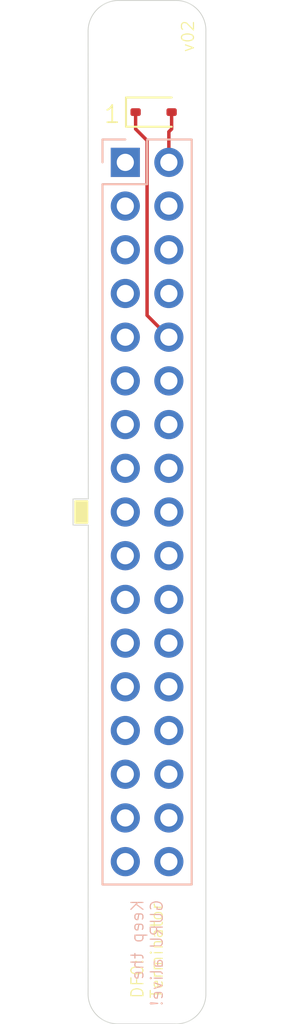
<source format=kicad_pcb>
(kicad_pcb (version 20240108) (generator "pcbnew") (generator_version "8.0")
  (layers (0 "F.Cu" signal) (31 "B.Cu" signal) (34 "B.Paste" user) (35 "F.Paste" user) (36 "B.SilkS" user "B.Silkscreen") (37 "F.SilkS" user "F.Silkscreen") (38 "B.Mask" user) (39 "F.Mask" user) (44 "Edge.Cuts" user))
  (net 0 "")
  (net 1 "_DCD")
  (net 2 "_SEL0")
  (footprint "Diode_SMD:D_SOD-323" (layer "F.Cu") (at 101.6 59.563)
    (property "Reference" "D1" (hide yes))
    (property "Value" "D")
    (fp_line (start -1.61 -0.85) (end -1.61 0.85) (stroke (width 0.12)) (layer "F.SilkS"))
    (fp_line (start -1.61 -0.85) (end 1.05 -0.85) (stroke (width 0.12)) (layer "F.SilkS"))
    (fp_line (start -1.61 0.85) (end 1.05 0.85) (stroke (width 0.12)) (layer "F.SilkS"))
    (pad "1" smd roundrect (at -1.05 0) (size 0.6 0.45) (layers "F.Cu" "F.Paste" "F.Mask") (net 2 "_SEL0"))
    (pad "2" smd roundrect (at 1.05 0) (size 0.6 0.45) (layers "F.Cu" "F.Paste" "F.Mask") (net 1 "_DCD"))
  )
  (footprint "Connector_PinSocket_2.54mm:PinSocket_2x17_P2.54mm_Vertical" (layer "B.Cu") (at 99.949 62.484 180)
    (property "Reference" "J1" (hide yes))
    (property "Value" "Conn_02x17_Odd_Even")
    (fp_line (start 1.33 1.33) (end 0 1.33) (stroke (width 0.12)) (layer "B.SilkS"))
    (fp_line (start 1.33 0) (end 1.33 1.33) (stroke (width 0.12)) (layer "B.SilkS"))
    (fp_line (start 1.33 -1.27) (end -1.27 -1.27) (stroke (width 0.12)) (layer "B.SilkS"))
    (fp_line (start 1.33 -41.97) (end 1.33 -1.27) (stroke (width 0.12)) (layer "B.SilkS"))
    (fp_line (start 1.33 -41.97) (end -3.87 -41.97) (stroke (width 0.12)) (layer "B.SilkS"))
    (fp_line (start -1.27 1.33) (end -3.87 1.33) (stroke (width 0.12)) (layer "B.SilkS"))
    (fp_line (start -1.27 -1.27) (end -1.27 1.33) (stroke (width 0.12)) (layer "B.SilkS"))
    (fp_line (start -3.87 -41.97) (end -3.87 1.33) (stroke (width 0.12)) (layer "B.SilkS"))
    (pad "1" thru_hole rect (at 0 0 180) (size 1.7 1.7) (drill 1) (layers "*.Cu" "*.Mask"))
    (pad "2" thru_hole oval (at -2.54 0 180) (size 1.7 1.7) (drill 1) (layers "*.Cu" "*.Mask") (net 1 "_DCD"))
    (pad "3" thru_hole oval (at 0 -2.54 180) (size 1.7 1.7) (drill 1) (layers "*.Cu" "*.Mask"))
    (pad "4" thru_hole oval (at -2.54 -2.54 180) (size 1.7 1.7) (drill 1) (layers "*.Cu" "*.Mask"))
    (pad "5" thru_hole oval (at 0 -5.08 180) (size 1.7 1.7) (drill 1) (layers "*.Cu" "*.Mask"))
    (pad "6" thru_hole oval (at -2.54 -5.08 180) (size 1.7 1.7) (drill 1) (layers "*.Cu" "*.Mask"))
    (pad "7" thru_hole oval (at 0 -7.62 180) (size 1.7 1.7) (drill 1) (layers "*.Cu" "*.Mask"))
    (pad "8" thru_hole oval (at -2.54 -7.62 180) (size 1.7 1.7) (drill 1) (layers "*.Cu" "*.Mask"))
    (pad "9" thru_hole oval (at 0 -10.16 180) (size 1.7 1.7) (drill 1) (layers "*.Cu" "*.Mask"))
    (pad "10" thru_hole oval (at -2.54 -10.16 180) (size 1.7 1.7) (drill 1) (layers "*.Cu" "*.Mask") (net 2 "_SEL0"))
    (pad "11" thru_hole oval (at 0 -12.7 180) (size 1.7 1.7) (drill 1) (layers "*.Cu" "*.Mask"))
    (pad "12" thru_hole oval (at -2.54 -12.7 180) (size 1.7 1.7) (drill 1) (layers "*.Cu" "*.Mask"))
    (pad "13" thru_hole oval (at 0 -15.24 180) (size 1.7 1.7) (drill 1) (layers "*.Cu" "*.Mask"))
    (pad "14" thru_hole oval (at -2.54 -15.24 180) (size 1.7 1.7) (drill 1) (layers "*.Cu" "*.Mask"))
    (pad "15" thru_hole oval (at 0 -17.78 180) (size 1.7 1.7) (drill 1) (layers "*.Cu" "*.Mask"))
    (pad "16" thru_hole oval (at -2.54 -17.78 180) (size 1.7 1.7) (drill 1) (layers "*.Cu" "*.Mask"))
    (pad "17" thru_hole oval (at 0 -20.32 180) (size 1.7 1.7) (drill 1) (layers "*.Cu" "*.Mask"))
    (pad "18" thru_hole oval (at -2.54 -20.32 180) (size 1.7 1.7) (drill 1) (layers "*.Cu" "*.Mask"))
    (pad "19" thru_hole oval (at 0 -22.86 180) (size 1.7 1.7) (drill 1) (layers "*.Cu" "*.Mask"))
    (pad "20" thru_hole oval (at -2.54 -22.86 180) (size 1.7 1.7) (drill 1) (layers "*.Cu" "*.Mask"))
    (pad "21" thru_hole oval (at 0 -25.4 180) (size 1.7 1.7) (drill 1) (layers "*.Cu" "*.Mask"))
    (pad "22" thru_hole oval (at -2.54 -25.4 180) (size 1.7 1.7) (drill 1) (layers "*.Cu" "*.Mask"))
    (pad "23" thru_hole oval (at 0 -27.94 180) (size 1.7 1.7) (drill 1) (layers "*.Cu" "*.Mask"))
    (pad "24" thru_hole oval (at -2.54 -27.94 180) (size 1.7 1.7) (drill 1) (layers "*.Cu" "*.Mask"))
    (pad "25" thru_hole oval (at 0 -30.48 180) (size 1.7 1.7) (drill 1) (layers "*.Cu" "*.Mask"))
    (pad "26" thru_hole oval (at -2.54 -30.48 180) (size 1.7 1.7) (drill 1) (layers "*.Cu" "*.Mask"))
    (pad "27" thru_hole oval (at 0 -33.02 180) (size 1.7 1.7) (drill 1) (layers "*.Cu" "*.Mask"))
    (pad "28" thru_hole oval (at -2.54 -33.02 180) (size 1.7 1.7) (drill 1) (layers "*.Cu" "*.Mask"))
    (pad "29" thru_hole oval (at 0 -35.56 180) (size 1.7 1.7) (drill 1) (layers "*.Cu" "*.Mask"))
    (pad "30" thru_hole oval (at -2.54 -35.56 180) (size 1.7 1.7) (drill 1) (layers "*.Cu" "*.Mask"))
    (pad "31" thru_hole oval (at 0 -38.1 180) (size 1.7 1.7) (drill 1) (layers "*.Cu" "*.Mask"))
    (pad "32" thru_hole oval (at -2.54 -38.1 180) (size 1.7 1.7) (drill 1) (layers "*.Cu" "*.Mask"))
    (pad "33" thru_hole oval (at 0 -40.64 180) (size 1.7 1.7) (drill 1) (layers "*.Cu" "*.Mask"))
    (pad "34" thru_hole oval (at -2.54 -40.64 180) (size 1.7 1.7) (drill 1) (layers "*.Cu" "*.Mask"))
  )
  (gr_rect (start 97.028 82.169) (end 97.7392 83.439) (stroke (width 0.1)) (fill solid) (layer "F.SilkS"))
  (gr_arc (start 99.462671 112.55236) (mid 98.249985 112.006421) (end 97.778525 110.762885) (stroke (width 0.05)) (layer "Edge.Cuts"))
  (gr_arc (start 97.778526 54.864) (mid 98.302172 53.597361) (end 99.568095 53.071986) (stroke (width 0.05)) (layer "Edge.Cuts"))
  (gr_line (start 97.79 82.042) (end 96.901 82.042) (stroke (width 0.05)) (layer "Edge.Cuts"))
  (gr_line (start 96.901 82.042) (end 96.901 83.566) (stroke (width 0.05)) (layer "Edge.Cuts"))
  (gr_line (start 97.778526 54.864) (end 97.79 82.042) (stroke (width 0.05)) (layer "Edge.Cuts"))
  (gr_line (start 99.462671 112.55236) (end 102.858525 112.55236) (stroke (width 0.05)) (layer "Edge.Cuts"))
  (gr_line (start 102.963854 53.074525) (end 99.568 53.074525) (stroke (width 0.05)) (layer "Edge.Cuts"))
  (gr_line (start 96.901 83.566) (end 97.79 83.566) (stroke (width 0.05)) (layer "Edge.Cuts"))
  (gr_arc (start 104.648 110.871) (mid 104.102061 112.083686) (end 102.858525 112.555146) (stroke (width 0.05)) (layer "Edge.Cuts"))
  (gr_arc (start 102.963854 53.074525) (mid 104.17654 53.620464) (end 104.648 54.864) (stroke (width 0.05)) (layer "Edge.Cuts"))
  (gr_line (start 104.648 110.871) (end 104.648 54.864) (stroke (width 0.05)) (layer "Edge.Cuts"))
  (gr_line (start 97.79 83.566) (end 97.778525 110.762885) (stroke (width 0.05)) (layer "Edge.Cuts"))
  (gr_text "Keep the\nGURU alive!" (at 101.219 105.283 90) (layer "B.SilkS") (effects (font (size 0.7 0.7) (thickness 0.07)) (justify left mirror)))
  (gr_text "v02\n" (at 104.013 56.134 90) (layer "F.SilkS") (effects (font (size 0.7 0.7) (thickness 0.07)) (justify left bottom)))
  (gr_text "1" (at 99.187 59.69 0) (layer "F.SilkS") (effects (font (size 1 1) (thickness 0.1))))
  (gr_text "DF0:\nTerminator" (at 101.219 111.125 90) (layer "F.SilkS") (effects (font (size 0.7 0.7) (thickness 0.07)) (justify left)))
  (segment (start 102.65 59.563) (end 102.65 60.545) (width 0.2) (layer "F.Cu") (net 1))
  (segment (start 102.489 60.706) (end 102.489 62.484) (width 0.2) (layer "F.Cu") (net 1))
  (segment (start 102.65 60.545) (end 102.489 60.706) (width 0.2) (layer "F.Cu") (net 1))
  (segment (start 100.55 59.563) (end 100.55 60.545) (width 0.2) (layer "F.Cu") (net 2))
  (segment (start 100.55 60.545) (end 101.219 61.214) (width 0.2) (layer "F.Cu") (net 2))
  (segment (start 101.219 71.374) (end 102.489 72.644) (width 0.2) (layer "F.Cu") (net 2))
  (segment (start 101.219 61.214) (end 101.219 71.374) (width 0.2) (layer "F.Cu") (net 2))
)
</source>
